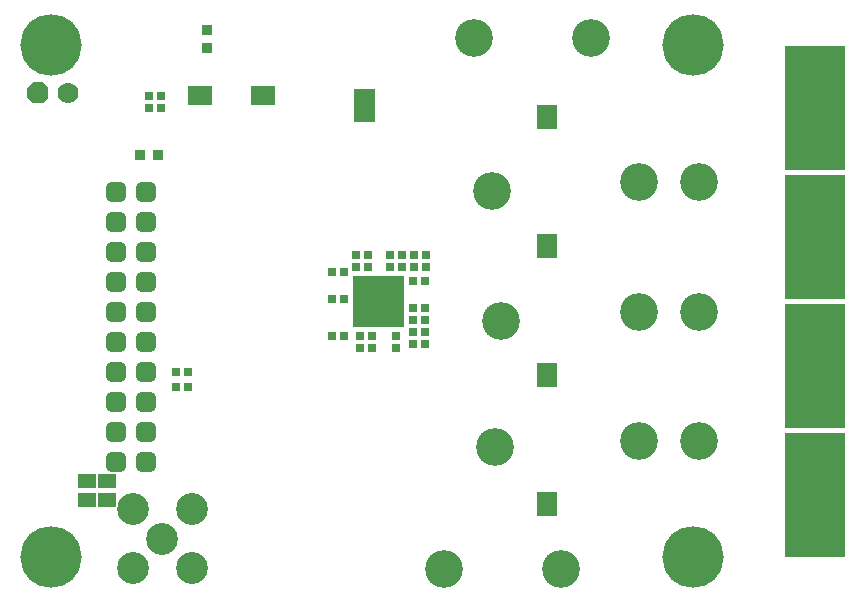
<source format=gbs>
G04*
G04 #@! TF.GenerationSoftware,Altium Limited,Altium Designer,24.3.1 (35)*
G04*
G04 Layer_Color=16711935*
%FSLAX44Y44*%
%MOMM*%
G71*
G04*
G04 #@! TF.SameCoordinates,E54A5323-C3A8-4295-A2F1-912E9A9C0EE7*
G04*
G04*
G04 #@! TF.FilePolarity,Negative*
G04*
G01*
G75*
%ADD61R,0.9652X0.9652*%
%ADD62R,0.8032X0.7032*%
%ADD63R,0.7032X0.8032*%
%ADD68R,1.5032X1.2032*%
%ADD73R,0.9652X0.9652*%
G04:AMPARAMS|DCode=94|XSize=1.7032mm|YSize=1.7032mm|CornerRadius=0.4766mm|HoleSize=0mm|Usage=FLASHONLY|Rotation=270.000|XOffset=0mm|YOffset=0mm|HoleType=Round|Shape=RoundedRectangle|*
%AMROUNDEDRECTD94*
21,1,1.7032,0.7500,0,0,270.0*
21,1,0.7500,1.7032,0,0,270.0*
1,1,0.9532,-0.3750,-0.3750*
1,1,0.9532,-0.3750,0.3750*
1,1,0.9532,0.3750,0.3750*
1,1,0.9532,0.3750,-0.3750*
%
%ADD94ROUNDEDRECTD94*%
G04:AMPARAMS|DCode=95|XSize=1.778mm|YSize=1.778mm|CornerRadius=0mm|HoleSize=0mm|Usage=FLASHONLY|Rotation=0.000|XOffset=0mm|YOffset=0mm|HoleType=Round|Shape=Octagon|*
%AMOCTAGOND95*
4,1,8,0.8890,-0.4445,0.8890,0.4445,0.4445,0.8890,-0.4445,0.8890,-0.8890,0.4445,-0.8890,-0.4445,-0.4445,-0.8890,0.4445,-0.8890,0.8890,-0.4445,0.0*
%
%ADD95OCTAGOND95*%

%ADD96C,1.7780*%
%ADD97C,3.2032*%
%ADD98C,2.7032*%
%ADD99C,5.2032*%
%ADD117R,5.1054X10.4902*%
G36*
X457020Y55740D02*
X440510D01*
Y35420D01*
X457020D01*
Y55740D01*
D02*
G37*
G36*
Y164960D02*
X440510D01*
Y144640D01*
X457020D01*
Y164960D01*
D02*
G37*
G36*
X284480Y238760D02*
X327660D01*
Y195580D01*
X284480D01*
Y238760D01*
D02*
G37*
G36*
X457020Y274260D02*
X440510D01*
Y253940D01*
X457020D01*
Y274260D01*
D02*
G37*
G36*
X165100Y383540D02*
Y400050D01*
X144780D01*
Y383540D01*
X165100D01*
D02*
G37*
G36*
X218900Y383470D02*
Y399980D01*
X198580D01*
Y383470D01*
X218900D01*
D02*
G37*
G36*
X303530Y397510D02*
X285750D01*
Y369570D01*
X303530D01*
Y397510D01*
D02*
G37*
G36*
X457020Y383400D02*
X440510D01*
Y363080D01*
X457020D01*
Y383400D01*
D02*
G37*
D61*
X104140Y341630D02*
D03*
X119380D02*
D03*
D62*
X345360Y201930D02*
D03*
X335360D02*
D03*
X345360Y181610D02*
D03*
X335360D02*
D03*
X345360Y212090D02*
D03*
X335360D02*
D03*
X345360Y234950D02*
D03*
X335360D02*
D03*
X134700Y157480D02*
D03*
X144700D02*
D03*
X345360Y191770D02*
D03*
X335360D02*
D03*
X134700Y144780D02*
D03*
X144700D02*
D03*
X276780Y219710D02*
D03*
X266780D02*
D03*
X276780Y187960D02*
D03*
X266780D02*
D03*
X276780Y242570D02*
D03*
X266780D02*
D03*
D63*
X316230Y256460D02*
D03*
Y246460D02*
D03*
X300990Y177880D02*
D03*
Y187880D02*
D03*
X326390Y256460D02*
D03*
Y246460D02*
D03*
X321310Y177880D02*
D03*
Y187880D02*
D03*
X297180Y256460D02*
D03*
Y246460D02*
D03*
X287020Y256460D02*
D03*
Y246460D02*
D03*
X336550Y246460D02*
D03*
Y256460D02*
D03*
X290830Y177880D02*
D03*
Y187880D02*
D03*
X346710Y246460D02*
D03*
Y256460D02*
D03*
X111760Y381080D02*
D03*
Y391080D02*
D03*
X121920Y391080D02*
D03*
Y381080D02*
D03*
D68*
X59690Y65150D02*
D03*
Y49150D02*
D03*
X76200D02*
D03*
Y65150D02*
D03*
D73*
X161290Y431800D02*
D03*
Y447040D02*
D03*
D94*
X109220Y81280D02*
D03*
X83820D02*
D03*
X109220Y132080D02*
D03*
X83820D02*
D03*
X109220Y233680D02*
D03*
Y284480D02*
D03*
Y309880D02*
D03*
Y259080D02*
D03*
X83820D02*
D03*
Y309880D02*
D03*
Y284480D02*
D03*
Y233680D02*
D03*
Y208280D02*
D03*
X109220D02*
D03*
Y182880D02*
D03*
X83820D02*
D03*
Y157480D02*
D03*
X109220D02*
D03*
X83820Y106680D02*
D03*
X109220D02*
D03*
D95*
X17780Y393700D02*
D03*
D96*
X43180D02*
D03*
D97*
X486410Y440690D02*
D03*
X387350D02*
D03*
X361950Y-8890D02*
D03*
X461010D02*
D03*
X402590Y311150D02*
D03*
X410210Y200660D02*
D03*
X405130Y93980D02*
D03*
X527050Y318770D02*
D03*
Y208280D02*
D03*
Y99060D02*
D03*
X577850D02*
D03*
Y208280D02*
D03*
Y318770D02*
D03*
D98*
X123190Y16510D02*
D03*
X98190Y-8490D02*
D03*
X148190D02*
D03*
Y41510D02*
D03*
X98190D02*
D03*
D99*
X572770Y1270D02*
D03*
Y434340D02*
D03*
X29210D02*
D03*
Y1270D02*
D03*
D117*
X675640Y271780D02*
D03*
Y162560D02*
D03*
Y53340D02*
D03*
Y381000D02*
D03*
M02*

</source>
